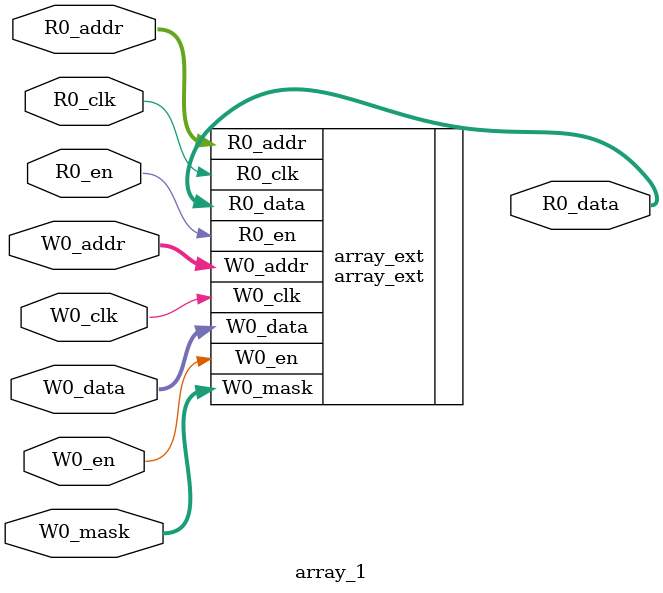
<source format=sv>
`ifndef RANDOMIZE
  `ifdef RANDOMIZE_MEM_INIT
    `define RANDOMIZE
  `endif // RANDOMIZE_MEM_INIT
`endif // not def RANDOMIZE
`ifndef RANDOMIZE
  `ifdef RANDOMIZE_REG_INIT
    `define RANDOMIZE
  `endif // RANDOMIZE_REG_INIT
`endif // not def RANDOMIZE

`ifndef RANDOM
  `define RANDOM $random
`endif // not def RANDOM

// Users can define INIT_RANDOM as general code that gets injected into the
// initializer block for modules with registers.
`ifndef INIT_RANDOM
  `define INIT_RANDOM
`endif // not def INIT_RANDOM

// If using random initialization, you can also define RANDOMIZE_DELAY to
// customize the delay used, otherwise 0.002 is used.
`ifndef RANDOMIZE_DELAY
  `define RANDOMIZE_DELAY 0.002
`endif // not def RANDOMIZE_DELAY

// Define INIT_RANDOM_PROLOG_ for use in our modules below.
`ifndef INIT_RANDOM_PROLOG_
  `ifdef RANDOMIZE
    `ifdef VERILATOR
      `define INIT_RANDOM_PROLOG_ `INIT_RANDOM
    `else  // VERILATOR
      `define INIT_RANDOM_PROLOG_ `INIT_RANDOM #`RANDOMIZE_DELAY begin end
    `endif // VERILATOR
  `else  // RANDOMIZE
    `define INIT_RANDOM_PROLOG_
  `endif // RANDOMIZE
`endif // not def INIT_RANDOM_PROLOG_

// Include register initializers in init blocks unless synthesis is set
`ifndef SYNTHESIS
  `ifndef ENABLE_INITIAL_REG_
    `define ENABLE_INITIAL_REG_
  `endif // not def ENABLE_INITIAL_REG_
`endif // not def SYNTHESIS

// Include rmemory initializers in init blocks unless synthesis is set
`ifndef SYNTHESIS
  `ifndef ENABLE_INITIAL_MEM_
    `define ENABLE_INITIAL_MEM_
  `endif // not def ENABLE_INITIAL_MEM_
`endif // not def SYNTHESIS

// Standard header to adapt well known macros for prints and assertions.

// Users can define 'PRINTF_COND' to add an extra gate to prints.
`ifndef PRINTF_COND_
  `ifdef PRINTF_COND
    `define PRINTF_COND_ (`PRINTF_COND)
  `else  // PRINTF_COND
    `define PRINTF_COND_ 1
  `endif // PRINTF_COND
`endif // not def PRINTF_COND_

// Users can define 'ASSERT_VERBOSE_COND' to add an extra gate to assert error printing.
`ifndef ASSERT_VERBOSE_COND_
  `ifdef ASSERT_VERBOSE_COND
    `define ASSERT_VERBOSE_COND_ (`ASSERT_VERBOSE_COND)
  `else  // ASSERT_VERBOSE_COND
    `define ASSERT_VERBOSE_COND_ 1
  `endif // ASSERT_VERBOSE_COND
`endif // not def ASSERT_VERBOSE_COND_

// Users can define 'STOP_COND' to add an extra gate to stop conditions.
`ifndef STOP_COND_
  `ifdef STOP_COND
    `define STOP_COND_ (`STOP_COND)
  `else  // STOP_COND
    `define STOP_COND_ 1
  `endif // STOP_COND
`endif // not def STOP_COND_

module array_1(	// ventus/src/SRAMTemplate/SRAMTemplate.scala:96:26
  input  [7:0]  R0_addr,
  input         R0_en,
                R0_clk,
  output [33:0] R0_data,
  input  [7:0]  W0_addr,
  input         W0_en,
                W0_clk,
  input  [33:0] W0_data,
  input  [1:0]  W0_mask
);

  array_ext array_ext (	// ventus/src/SRAMTemplate/SRAMTemplate.scala:96:26
    .R0_addr (R0_addr),
    .R0_en   (R0_en),
    .R0_clk  (R0_clk),
    .R0_data (R0_data),
    .W0_addr (W0_addr),
    .W0_en   (W0_en),
    .W0_clk  (W0_clk),
    .W0_data (W0_data),
    .W0_mask (W0_mask)
  );
endmodule


</source>
